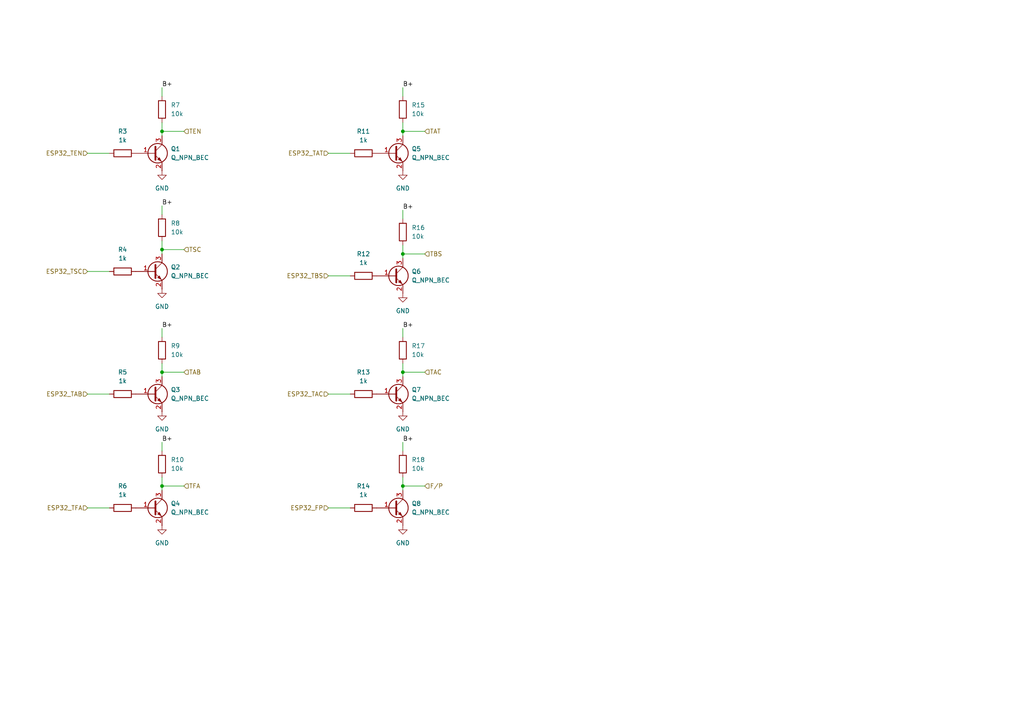
<source format=kicad_sch>
(kicad_sch (version 20231120) (generator "eeschema") (generator_version "8.0")
  (paper "A4")
  (lib_symbols
    (symbol "Device:Q_NPN_BEC" (pin_names (offset 0) hide)
      (property "Reference" "Q" (at 5.08 1.27 0))
      (property "Value" "Q_NPN_BEC" (at 5.08 -1.27 0))
      (symbol "Q_NPN_BEC_0_1"
        (polyline (pts (xy 0.635 0.635) (xy 2.54 2.54)))
        (polyline (pts (xy 0.635 -0.635) (xy 2.54 -2.54) (xy 2.54 -2.54)))
        (polyline (pts (xy 0.635 1.905) (xy 0.635 -1.905) (xy 0.635 -1.905)) (stroke (width 0.508)))
        (polyline (pts (xy 1.27 -1.778) (xy 1.778 -1.27) (xy 2.286 -2.286) (xy 1.27 -1.778) (xy 1.27 -1.778)) (fill (type outline)))
        (circle (center 1.27 0) (radius 2.8194) (stroke (width 0.254)))
      )
      (symbol "Q_NPN_BEC_1_1"
        (pin input line (at -5.08 0 0) (length 5.715) (name "B") (number "1"))
        (pin passive line (at 2.54 -5.08 90) (length 2.54) (name "E") (number "2"))
        (pin passive line (at 2.54 5.08 270) (length 2.54) (name "C") (number "3"))
      )
    )
    (symbol "Device:R" (pin_numbers hide) (pin_names (offset 0))
      (property "Reference" "R" (at 2.032 0 90))
      (property "Value" "R" (at 0 0 90))
      (symbol "R_0_1"
        (rectangle (start -1.016 -2.54) (end 1.016 2.54) (stroke (width 0.254)))
      )
      (symbol "R_1_1"
        (pin passive line (at 0 3.81 270) (length 1.27) (name "~") (number "1"))
        (pin passive line (at 0 -3.81 90) (length 1.27) (name "~") (number "2"))
      )
    )
    (symbol "power:GND" (power) (pin_numbers hide) (pin_names (offset 0) hide)
      (property "Value" "GND" (at 0 -3.81 0))
      (symbol "GND_0_1"
        (polyline (pts (xy 0 0) (xy 0 -1.27) (xy 1.27 -1.27) (xy 0 -2.54) (xy -1.27 -1.27) (xy 0 -1.27)))
      )
      (symbol "GND_1_1"
        (pin power_in line (at 0 0 270) (length 0) (name "~") (number "1"))
      )
    )
  )
  (junction (at 46.99 72.39))
  (junction (at 116.84 140.97))
  (junction (at 46.99 140.97))
  (junction (at 116.84 107.95))
  (junction (at 116.84 38.1))
  (junction (at 46.99 107.95))
  (junction (at 46.99 38.1))
  (junction (at 116.84 73.66))
  (wire (pts (xy 46.99 105.41) (xy 46.99 107.95)))
  (wire (pts (xy 95.25 44.45) (xy 101.6 44.45)))
  (wire (pts (xy 46.99 38.1) (xy 46.99 39.37)))
  (wire (pts (xy 25.4 44.45) (xy 31.75 44.45)))
  (wire (pts (xy 116.84 25.4) (xy 116.84 27.94)))
  (wire (pts (xy 116.84 35.56) (xy 116.84 38.1)))
  (wire (pts (xy 46.99 95.25) (xy 46.99 97.79)))
  (wire (pts (xy 46.99 72.39) (xy 46.99 73.66)))
  (wire (pts (xy 25.4 147.32) (xy 31.75 147.32)))
  (wire (pts (xy 46.99 140.97) (xy 53.34 140.97)))
  (wire (pts (xy 46.99 38.1) (xy 53.34 38.1)))
  (wire (pts (xy 116.84 128.27) (xy 116.84 130.81)))
  (wire (pts (xy 25.4 114.3) (xy 31.75 114.3)))
  (wire (pts (xy 46.99 128.27) (xy 46.99 130.81)))
  (wire (pts (xy 116.84 95.25) (xy 116.84 97.79)))
  (wire (pts (xy 46.99 59.69) (xy 46.99 62.23)))
  (wire (pts (xy 116.84 71.12) (xy 116.84 73.66)))
  (wire (pts (xy 46.99 107.95) (xy 46.99 109.22)))
  (wire (pts (xy 95.25 114.3) (xy 101.6 114.3)))
  (wire (pts (xy 25.4 78.74) (xy 31.75 78.74)))
  (wire (pts (xy 46.99 138.43) (xy 46.99 140.97)))
  (wire (pts (xy 116.84 60.96) (xy 116.84 63.5)))
  (wire (pts (xy 116.84 140.97) (xy 116.84 142.24)))
  (wire (pts (xy 46.99 72.39) (xy 53.34 72.39)))
  (wire (pts (xy 46.99 140.97) (xy 46.99 142.24)))
  (wire (pts (xy 116.84 105.41) (xy 116.84 107.95)))
  (wire (pts (xy 116.84 138.43) (xy 116.84 140.97)))
  (wire (pts (xy 116.84 38.1) (xy 116.84 39.37)))
  (wire (pts (xy 116.84 107.95) (xy 123.19 107.95)))
  (wire (pts (xy 116.84 107.95) (xy 116.84 109.22)))
  (wire (pts (xy 46.99 35.56) (xy 46.99 38.1)))
  (wire (pts (xy 116.84 140.97) (xy 123.19 140.97)))
  (wire (pts (xy 95.25 80.01) (xy 101.6 80.01)))
  (wire (pts (xy 116.84 73.66) (xy 123.19 73.66)))
  (wire (pts (xy 46.99 25.4) (xy 46.99 27.94)))
  (wire (pts (xy 116.84 73.66) (xy 116.84 74.93)))
  (wire (pts (xy 116.84 38.1) (xy 123.19 38.1)))
  (wire (pts (xy 95.25 147.32) (xy 101.6 147.32)))
  (wire (pts (xy 46.99 107.95) (xy 53.34 107.95)))
  (wire (pts (xy 46.99 69.85) (xy 46.99 72.39)))
  (label "B+" (at 46.99 95.25 0))
  (label "B+" (at 116.84 128.27 0))
  (label "B+" (at 46.99 128.27 0))
  (label "B+" (at 116.84 95.25 0))
  (label "B+" (at 116.84 60.96 0))
  (label "B+" (at 116.84 25.4 0))
  (label "B+" (at 46.99 59.69 0))
  (label "B+" (at 46.99 25.4 0))
  (hierarchical_label "ESP32_TAB" (shape input) (at 25.4 114.3 180))
  (hierarchical_label "TAT" (shape input) (at 123.19 38.1 0))
  (hierarchical_label "ESP32_TAC" (shape input) (at 95.25 114.3 180))
  (hierarchical_label "TFA" (shape input) (at 53.34 140.97 0))
  (hierarchical_label "ESP32_TSC" (shape input) (at 25.4 78.74 180))
  (hierarchical_label "ESP32_TEN" (shape input) (at 25.4 44.45 180))
  (hierarchical_label "TAB" (shape input) (at 53.34 107.95 0))
  (hierarchical_label "TBS" (shape input) (at 123.19 73.66 0))
  (hierarchical_label "ESP32_TAT" (shape input) (at 95.25 44.45 180))
  (hierarchical_label "TAC" (shape input) (at 123.19 107.95 0))
  (hierarchical_label "ESP32_FP" (shape input) (at 95.25 147.32 180))
  (hierarchical_label "ESP32_TBS" (shape input) (at 95.25 80.01 180))
  (hierarchical_label "ESP32_TFA" (shape input) (at 25.4 147.32 180))
  (hierarchical_label "F{slash}P" (shape input) (at 123.19 140.97 0))
  (hierarchical_label "TSC" (shape input) (at 53.34 72.39 0))
  (hierarchical_label "TEN" (shape input) (at 53.34 38.1 0))
  (symbol (lib_id "Device:R") (at 105.41 44.45 90) (unit 1)
    (property "Reference" "R11" (at 105.41 38.1 90))
    (property "Value" "1k" (at 105.41 40.64 90))
    (property "Footprint" "Resistor_SMD:R_0603_1608Metric" (effects (hide yes)))
    (property "Description" "Resistor" (effects (hide yes)))
    (property "LOMEX" "81-10-26" (effects (hide yes)))
  )
  (symbol (lib_id "Device:R") (at 35.56 114.3 90) (unit 1)
    (property "Reference" "R5" (at 35.56 107.95 90))
    (property "Value" "1k" (at 35.56 110.49 90))
    (property "Footprint" "Resistor_SMD:R_0603_1608Metric" (effects (hide yes)))
    (property "Description" "Resistor" (effects (hide yes)))
    (property "LOMEX" "81-10-26" (effects (hide yes)))
  )
  (symbol (lib_id "Device:R") (at 105.41 114.3 90) (unit 1)
    (property "Reference" "R13" (at 105.41 107.95 90))
    (property "Value" "1k" (at 105.41 110.49 90))
    (property "Footprint" "Resistor_SMD:R_0603_1608Metric" (effects (hide yes)))
    (property "Description" "Resistor" (effects (hide yes)))
    (property "LOMEX" "81-10-26" (effects (hide yes)))
  )
  (symbol (lib_id "power:GND") (at 46.99 152.4 0) (unit 1)
    (property "Reference" "#PWR012" (effects (hide yes)))
    (property "Value" "GND" (at 46.99 157.48 0))
    (property "Description" "Power symbol creates a global label with name \"GND\" , ground" (effects (hide yes)))
  )
  (symbol (lib_id "Device:Q_NPN_BEC") (at 44.45 147.32 0) (unit 1)
    (property "Reference" "Q4" (at 49.53 146.0499 0) (effects (justify left)))
    (property "Value" "Q_NPN_BEC" (at 49.53 148.5899 0) (effects (justify left)))
    (property "Footprint" "Package_TO_SOT_SMD:SOT-23" (effects (hide yes)))
    (property "Description" "NPN transistor, base/emitter/collector" (effects (hide yes)))
    (property "LOMEX" "86-05-65" (effects (hide yes)))
  )
  (symbol (lib_id "power:GND") (at 46.99 49.53 0) (unit 1)
    (property "Reference" "#PWR09" (effects (hide yes)))
    (property "Value" "GND" (at 46.99 54.61 0))
    (property "Description" "Power symbol creates a global label with name \"GND\" , ground" (effects (hide yes)))
  )
  (symbol (lib_id "Device:Q_NPN_BEC") (at 114.3 114.3 0) (unit 1)
    (property "Reference" "Q7" (at 119.38 113.0299 0) (effects (justify left)))
    (property "Value" "Q_NPN_BEC" (at 119.38 115.5699 0) (effects (justify left)))
    (property "Footprint" "Package_TO_SOT_SMD:SOT-23" (effects (hide yes)))
    (property "Description" "NPN transistor, base/emitter/collector" (effects (hide yes)))
    (property "LOMEX" "86-05-65" (effects (hide yes)))
  )
  (symbol (lib_id "Device:R") (at 116.84 31.75 0) (unit 1)
    (property "Reference" "R15" (at 119.38 30.4799 0) (effects (justify left)))
    (property "Value" "10k" (at 119.38 33.0199 0) (effects (justify left)))
    (property "Footprint" "Resistor_SMD:R_0603_1608Metric" (effects (hide yes)))
    (property "Description" "Resistor" (effects (hide yes)))
  )
  (symbol (lib_id "Device:R") (at 46.99 31.75 0) (unit 1)
    (property "Reference" "R7" (at 49.53 30.4799 0) (effects (justify left)))
    (property "Value" "10k" (at 49.53 33.0199 0) (effects (justify left)))
    (property "Footprint" "Resistor_SMD:R_0603_1608Metric" (effects (hide yes)))
    (property "Description" "Resistor" (effects (hide yes)))
  )
  (symbol (lib_id "Device:Q_NPN_BEC") (at 114.3 147.32 0) (unit 1)
    (property "Reference" "Q8" (at 119.38 146.0499 0) (effects (justify left)))
    (property "Value" "Q_NPN_BEC" (at 119.38 148.5899 0) (effects (justify left)))
    (property "Footprint" "Package_TO_SOT_SMD:SOT-23" (effects (hide yes)))
    (property "Description" "NPN transistor, base/emitter/collector" (effects (hide yes)))
    (property "LOMEX" "86-05-65" (effects (hide yes)))
  )
  (symbol (lib_id "power:GND") (at 46.99 83.82 0) (unit 1)
    (property "Reference" "#PWR010" (effects (hide yes)))
    (property "Value" "GND" (at 46.99 88.9 0))
    (property "Description" "Power symbol creates a global label with name \"GND\" , ground" (effects (hide yes)))
  )
  (symbol (lib_id "Device:R") (at 116.84 101.6 0) (unit 1)
    (property "Reference" "R17" (at 119.38 100.3299 0) (effects (justify left)))
    (property "Value" "10k" (at 119.38 102.8699 0) (effects (justify left)))
    (property "Footprint" "Resistor_SMD:R_0603_1608Metric" (effects (hide yes)))
    (property "Description" "Resistor" (effects (hide yes)))
  )
  (symbol (lib_id "power:GND") (at 116.84 119.38 0) (unit 1)
    (property "Reference" "#PWR015" (effects (hide yes)))
    (property "Value" "GND" (at 116.84 124.46 0))
    (property "Description" "Power symbol creates a global label with name \"GND\" , ground" (effects (hide yes)))
  )
  (symbol (lib_id "Device:R") (at 46.99 134.62 0) (unit 1)
    (property "Reference" "R10" (at 49.53 133.3499 0) (effects (justify left)))
    (property "Value" "10k" (at 49.53 135.8899 0) (effects (justify left)))
    (property "Footprint" "Resistor_SMD:R_0603_1608Metric" (effects (hide yes)))
    (property "Description" "Resistor" (effects (hide yes)))
  )
  (symbol (lib_id "Device:Q_NPN_BEC") (at 114.3 44.45 0) (unit 1)
    (property "Reference" "Q5" (at 119.38 43.1799 0) (effects (justify left)))
    (property "Value" "Q_NPN_BEC" (at 119.38 45.7199 0) (effects (justify left)))
    (property "Footprint" "Package_TO_SOT_SMD:SOT-23" (effects (hide yes)))
    (property "Description" "NPN transistor, base/emitter/collector" (effects (hide yes)))
    (property "LOMEX" "86-05-65" (effects (hide yes)))
  )
  (symbol (lib_id "Device:Q_NPN_BEC") (at 44.45 78.74 0) (unit 1)
    (property "Reference" "Q2" (at 49.53 77.4699 0) (effects (justify left)))
    (property "Value" "Q_NPN_BEC" (at 49.53 80.0099 0) (effects (justify left)))
    (property "Footprint" "Package_TO_SOT_SMD:SOT-23" (effects (hide yes)))
    (property "Description" "NPN transistor, base/emitter/collector" (effects (hide yes)))
    (property "LOMEX" "86-05-65" (effects (hide yes)))
  )
  (symbol (lib_id "Device:R") (at 35.56 78.74 90) (unit 1)
    (property "Reference" "R4" (at 35.56 72.39 90))
    (property "Value" "1k" (at 35.56 74.93 90))
    (property "Footprint" "Resistor_SMD:R_0603_1608Metric" (effects (hide yes)))
    (property "Description" "Resistor" (effects (hide yes)))
    (property "LOMEX" "81-10-26" (effects (hide yes)))
  )
  (symbol (lib_id "power:GND") (at 46.99 119.38 0) (unit 1)
    (property "Reference" "#PWR011" (effects (hide yes)))
    (property "Value" "GND" (at 46.99 124.46 0))
    (property "Description" "Power symbol creates a global label with name \"GND\" , ground" (effects (hide yes)))
  )
  (symbol (lib_id "power:GND") (at 116.84 152.4 0) (unit 1)
    (property "Reference" "#PWR016" (effects (hide yes)))
    (property "Value" "GND" (at 116.84 157.48 0))
    (property "Description" "Power symbol creates a global label with name \"GND\" , ground" (effects (hide yes)))
  )
  (symbol (lib_id "power:GND") (at 116.84 85.09 0) (unit 1)
    (property "Reference" "#PWR014" (effects (hide yes)))
    (property "Value" "GND" (at 116.84 90.17 0))
    (property "Description" "Power symbol creates a global label with name \"GND\" , ground" (effects (hide yes)))
  )
  (symbol (lib_id "power:GND") (at 116.84 49.53 0) (unit 1)
    (property "Reference" "#PWR013" (effects (hide yes)))
    (property "Value" "GND" (at 116.84 54.61 0))
    (property "Description" "Power symbol creates a global label with name \"GND\" , ground" (effects (hide yes)))
  )
  (symbol (lib_id "Device:R") (at 35.56 147.32 90) (unit 1)
    (property "Reference" "R6" (at 35.56 140.97 90))
    (property "Value" "1k" (at 35.56 143.51 90))
    (property "Footprint" "Resistor_SMD:R_0603_1608Metric" (effects (hide yes)))
    (property "Description" "Resistor" (effects (hide yes)))
    (property "LOMEX" "81-10-26" (effects (hide yes)))
  )
  (symbol (lib_id "Device:Q_NPN_BEC") (at 44.45 114.3 0) (unit 1)
    (property "Reference" "Q3" (at 49.53 113.0299 0) (effects (justify left)))
    (property "Value" "Q_NPN_BEC" (at 49.53 115.5699 0) (effects (justify left)))
    (property "Footprint" "Package_TO_SOT_SMD:SOT-23" (effects (hide yes)))
    (property "Description" "NPN transistor, base/emitter/collector" (effects (hide yes)))
    (property "LOMEX" "86-05-65" (effects (hide yes)))
  )
  (symbol (lib_id "Device:R") (at 116.84 134.62 0) (unit 1)
    (property "Reference" "R18" (at 119.38 133.3499 0) (effects (justify left)))
    (property "Value" "10k" (at 119.38 135.8899 0) (effects (justify left)))
    (property "Footprint" "Resistor_SMD:R_0603_1608Metric" (effects (hide yes)))
    (property "Description" "Resistor" (effects (hide yes)))
  )
  (symbol (lib_id "Device:R") (at 116.84 67.31 0) (unit 1)
    (property "Reference" "R16" (at 119.38 66.0399 0) (effects (justify left)))
    (property "Value" "10k" (at 119.38 68.5799 0) (effects (justify left)))
    (property "Footprint" "Resistor_SMD:R_0603_1608Metric" (effects (hide yes)))
    (property "Description" "Resistor" (effects (hide yes)))
  )
  (symbol (lib_id "Device:R") (at 105.41 147.32 90) (unit 1)
    (property "Reference" "R14" (at 105.41 140.97 90))
    (property "Value" "1k" (at 105.41 143.51 90))
    (property "Footprint" "Resistor_SMD:R_0603_1608Metric" (effects (hide yes)))
    (property "Description" "Resistor" (effects (hide yes)))
    (property "LOMEX" "81-10-26" (effects (hide yes)))
  )
  (symbol (lib_id "Device:Q_NPN_BEC") (at 44.45 44.45 0) (unit 1)
    (property "Reference" "Q1" (at 49.53 43.1799 0) (effects (justify left)))
    (property "Value" "Q_NPN_BEC" (at 49.53 45.7199 0) (effects (justify left)))
    (property "Footprint" "Package_TO_SOT_SMD:SOT-23" (effects (hide yes)))
    (property "Description" "NPN transistor, base/emitter/collector" (effects (hide yes)))
    (property "LOMEX" "86-05-65" (effects (hide yes)))
  )
  (symbol (lib_id "Device:Q_NPN_BEC") (at 114.3 80.01 0) (unit 1)
    (property "Reference" "Q6" (at 119.38 78.7399 0) (effects (justify left)))
    (property "Value" "Q_NPN_BEC" (at 119.38 81.2799 0) (effects (justify left)))
    (property "Footprint" "Package_TO_SOT_SMD:SOT-23" (effects (hide yes)))
    (property "Description" "NPN transistor, base/emitter/collector" (effects (hide yes)))
    (property "LOMEX" "86-05-65" (effects (hide yes)))
  )
  (symbol (lib_id "Device:R") (at 46.99 66.04 0) (unit 1)
    (property "Reference" "R8" (at 49.53 64.7699 0) (effects (justify left)))
    (property "Value" "10k" (at 49.53 67.3099 0) (effects (justify left)))
    (property "Footprint" "Resistor_SMD:R_0603_1608Metric" (effects (hide yes)))
    (property "Description" "Resistor" (effects (hide yes)))
  )
  (symbol (lib_id "Device:R") (at 46.99 101.6 0) (unit 1)
    (property "Reference" "R9" (at 49.53 100.3299 0) (effects (justify left)))
    (property "Value" "10k" (at 49.53 102.8699 0) (effects (justify left)))
    (property "Footprint" "Resistor_SMD:R_0603_1608Metric" (effects (hide yes)))
    (property "Description" "Resistor" (effects (hide yes)))
  )
  (symbol (lib_id "Device:R") (at 35.56 44.45 90) (unit 1)
    (property "Reference" "R3" (at 35.56 38.1 90))
    (property "Value" "1k" (at 35.56 40.64 90))
    (property "Footprint" "Resistor_SMD:R_0603_1608Metric" (effects (hide yes)))
    (property "Description" "Resistor" (effects (hide yes)))
    (property "LOMEX" "81-10-26" (effects (hide yes)))
  )
  (symbol (lib_id "Device:R") (at 105.41 80.01 90) (unit 1)
    (property "Reference" "R12" (at 105.41 73.66 90))
    (property "Value" "1k" (at 105.41 76.2 90))
    (property "Footprint" "Resistor_SMD:R_0603_1608Metric" (effects (hide yes)))
    (property "Description" "Resistor" (effects (hide yes)))
    (property "LOMEX" "81-10-26" (effects (hide yes)))
  )
)
</source>
